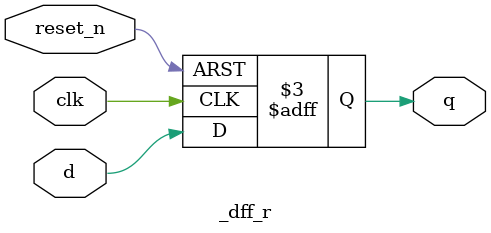
<source format=v>
module _dff_r(clk, reset_n, d, q);
input clk, reset_n, d;
output reg q;

always@(posedge clk or negedge reset_n)
begin
	if(reset_n == 0)  q <= 1'b0; // reset_n이 0이면 출력값을 0으로 
	else					q <= d;		// 그 이외의 경우 입력값을 출력값으로 함. 
end
endmodule

</source>
